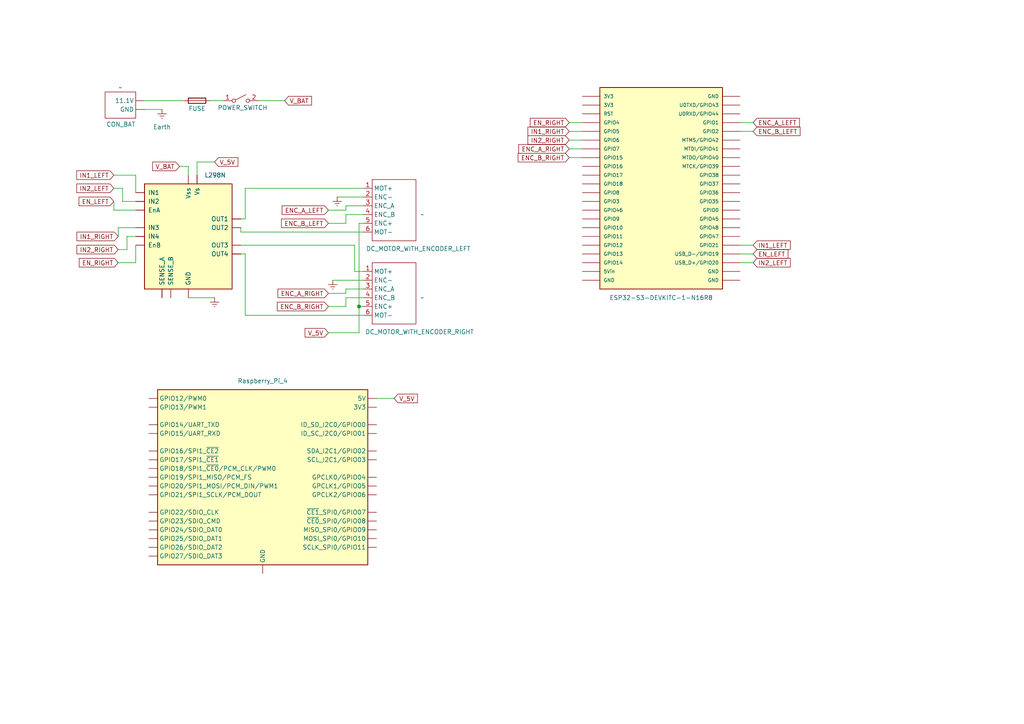
<source format=kicad_sch>
(kicad_sch (version 20250114) (generator "eeschema") (generator_version "9.0")
  (paper "A4")
  (lib_symbols
    (symbol "Connector:Raspberry_Pi_4" (pin_numbers (hide yes))
      (property "Reference" "J" (at -17.526 48.768 0))
      (property "Value" "Raspberry_Pi_4" (at 15.748 -26.416 0))
      (symbol "Raspberry_Pi_4_0_1"
        (rectangle (start -30.48 25.4) (end 30.48 -25.4) (stroke (width 0.254)) (fill (type background)))
      )
      (symbol "Raspberry_Pi_4_1_1"
        (pin bidirectional line (at -33.02 22.86 0) (length 2.54) (name "GPIO12/PWM0") (number "32"))
        (pin bidirectional line (at -33.02 20.32 0) (length 2.54) (name "GPIO13/PWM1") (number "33"))
        (pin bidirectional line (at -33.02 15.24 0) (length 2.54) (name "GPIO14/UART_TXD") (number "8"))
        (pin bidirectional line (at -33.02 12.7 0) (length 2.54) (name "GPIO15/UART_RXD") (number "10"))
        (pin bidirectional line (at -33.02 7.62 0) (length 2.54) (name "GPIO16/SPI1_~{CE2}") (number "36"))
        (pin bidirectional line (at -33.02 5.08 0) (length 2.54) (name "GPIO17/SPI1_~{CE1}") (number "11"))
        (pin bidirectional line (at -33.02 2.54 0) (length 2.54) (name "GPIO18/SPI1_~{CE0}/PCM_CLK/PWM0") (number "12"))
        (pin bidirectional line (at -33.02 0 0) (length 2.54) (name "GPIO19/SPI1_MISO/PCM_FS") (number "35"))
        (pin bidirectional line (at -33.02 -2.54 0) (length 2.54) (name "GPIO20/SPI1_MOSI/PCM_DIN/PWM1") (number "38"))
        (pin bidirectional line (at -33.02 -5.08 0) (length 2.54) (name "GPIO21/SPI1_SCLK/PCM_DOUT") (number "40"))
        (pin bidirectional line (at -33.02 -10.16 0) (length 2.54) (name "GPIO22/SDIO_CLK") (number "15"))
        (pin bidirectional line (at -33.02 -12.7 0) (length 2.54) (name "GPIO23/SDIO_CMD") (number "16"))
        (pin bidirectional line (at -33.02 -15.24 0) (length 2.54) (name "GPIO24/SDIO_DAT0") (number "18"))
        (pin bidirectional line (at -33.02 -17.78 0) (length 2.54) (name "GPIO25/SDIO_DAT1") (number "22"))
        (pin bidirectional line (at -33.02 -20.32 0) (length 2.54) (name "GPIO26/SDIO_DAT2") (number "37"))
        (pin bidirectional line (at -33.02 -22.86 0) (length 2.54) (name "GPIO27/SDIO_DAT3") (number "13"))
        (pin passive line (at 0 -27.94 90) (length 2.54) (hide yes) (name "GND") (number "14"))
        (pin passive line (at 0 -27.94 90) (length 2.54) (hide yes) (name "GND") (number "20"))
        (pin passive line (at 0 -27.94 90) (length 2.54) (hide yes) (name "GND") (number "25"))
        (pin passive line (at 0 -27.94 90) (length 2.54) (hide yes) (name "GND") (number "30"))
        (pin passive line (at 0 -27.94 90) (length 2.54) (hide yes) (name "GND") (number "34"))
        (pin passive line (at 0 -27.94 90) (length 2.54) (hide yes) (name "GND") (number "39"))
        (pin power_out line (at 0 -27.94 90) (length 2.54) (name "GND") (number "6"))
        (pin passive line (at 0 -27.94 90) (length 2.54) (hide yes) (name "GND") (number "9"))
        (pin power_out line (at 33.02 22.86 180) (length 2.54) (name "5V") (number "2"))
        (pin passive line (at 33.02 22.86 180) (length 2.54) (hide yes) (name "5V") (number "4"))
        (pin power_out line (at 33.02 20.32 180) (length 2.54) (name "3V3") (number "1"))
        (pin passive line (at 33.02 20.32 180) (length 2.54) (hide yes) (name "3V3") (number "17"))
        (pin bidirectional line (at 33.02 15.24 180) (length 2.54) (name "ID_SD_I2C0/GPIO00") (number "27"))
        (pin bidirectional line (at 33.02 12.7 180) (length 2.54) (name "ID_SC_I2C0/GPIO01") (number "28"))
        (pin bidirectional line (at 33.02 7.62 180) (length 2.54) (name "SDA_I2C1/GPIO02") (number "3"))
        (pin bidirectional line (at 33.02 5.08 180) (length 2.54) (name "SCL_I2C1/GPIO03") (number "5"))
        (pin bidirectional line (at 33.02 0 180) (length 2.54) (name "GPCLK0/GPIO04") (number "7"))
        (pin bidirectional line (at 33.02 -2.54 180) (length 2.54) (name "GPCLK1/GPIO05") (number "29"))
        (pin bidirectional line (at 33.02 -5.08 180) (length 2.54) (name "GPCLK2/GPIO06") (number "31"))
        (pin bidirectional line (at 33.02 -10.16 180) (length 2.54) (name "~{CE1}_SPI0/GPIO07") (number "26"))
        (pin bidirectional line (at 33.02 -12.7 180) (length 2.54) (name "~{CE0}_SPI0/GPIO08") (number "24"))
        (pin bidirectional line (at 33.02 -15.24 180) (length 2.54) (name "MISO_SPI0/GPIO09") (number "21"))
        (pin bidirectional line (at 33.02 -17.78 180) (length 2.54) (name "MOSI_SPI0/GPIO10") (number "19"))
        (pin bidirectional line (at 33.02 -20.32 180) (length 2.54) (name "SCLK_SPI0/GPIO11") (number "23"))
      )
    )
    (symbol "Device:Fuse" (pin_numbers (hide yes)) (pin_names (offset 0))
      (property "Reference" "F" (at 2.032 0 90))
      (property "Value" "Fuse" (at -1.905 0 90))
      (symbol "Fuse_0_1"
        (rectangle (start -0.762 -2.54) (end 0.762 2.54) (stroke (width 0.254)))
        (polyline (pts (xy 0 2.54) (xy 0 -2.54)))
      )
      (symbol "Fuse_1_1"
        (pin passive line (at 0 3.81 270) (length 1.27) (name "~") (number "1"))
        (pin passive line (at 0 -3.81 90) (length 1.27) (name "~") (number "2"))
      )
    )
    (symbol "Driver_Motor:L298N" (pin_numbers (hide yes)) (pin_names (offset 1.016))
      (property "Reference" "U" (at -10.16 16.51 0))
      (property "Value" "L298N" (at 12.7 16.51 0))
      (symbol "L298N_0_1"
        (rectangle (start -12.7 15.24) (end 12.7 -15.24) (stroke (width 0.254)) (fill (type background)))
      )
      (symbol "L298N_1_1"
        (pin input line (at -15.24 12.7 0) (length 2.54) (name "IN1") (number "5"))
        (pin input line (at -15.24 10.16 0) (length 2.54) (name "IN2") (number "7"))
        (pin input line (at -15.24 7.62 0) (length 2.54) (name "EnA") (number "6"))
        (pin input line (at -15.24 2.54 0) (length 2.54) (name "IN3") (number "10"))
        (pin input line (at -15.24 0 0) (length 2.54) (name "IN4") (number "12"))
        (pin input line (at -15.24 -2.54 0) (length 2.54) (name "EnB") (number "11"))
        (pin power_in line (at -7.62 -17.78 90) (length 2.54) (name "SENSE_A") (number "1"))
        (pin power_in line (at -5.08 -17.78 90) (length 2.54) (name "SENSE_B") (number "15"))
        (pin power_in line (at 0 17.78 270) (length 2.54) (name "Vss") (number "9"))
        (pin power_in line (at 0 -17.78 90) (length 2.54) (name "GND") (number "8"))
        (pin power_in line (at 2.54 17.78 270) (length 2.54) (name "Vs") (number "4"))
        (pin output line (at 15.24 5.08 180) (length 2.54) (name "OUT1") (number "2"))
        (pin output line (at 15.24 2.54 180) (length 2.54) (name "OUT2") (number "3"))
        (pin output line (at 15.24 -2.54 180) (length 2.54) (name "OUT3") (number "13"))
        (pin output line (at 15.24 -5.08 180) (length 2.54) (name "OUT4") (number "14"))
      )
    )
    (symbol "ESP32-S3-DEVKITC-1-N8R2:ESP32-S3-DEVKITC-1-N16R8" (pin_numbers (hide yes)) (pin_names (offset 1.016))
      (property "Reference" "U" (at -17.78 35.56 0))
      (property "Value" "ESP32-S3-DEVKITC-1-N16R8" (at -14.224 -28.956 0))
      (symbol "ESP32-S3-DEVKITC-1-N16R8_0_0"
        (rectangle (start -17.78 33.02) (end 17.78 -25.4) (stroke (width 0.254)) (fill (type background)))
        (pin power_in line (at -22.86 30.48 0) (length 5.08) (name "3V3") (number "J1_1"))
        (pin power_in line (at -22.86 27.94 0) (length 5.08) (name "3V3") (number "J1_2"))
        (pin input line (at -22.86 25.4 0) (length 5.08) (name "RST") (number "J1_3"))
        (pin bidirectional line (at -22.86 22.86 0) (length 5.08) (name "GPIO4") (number "J1_4"))
        (pin bidirectional line (at -22.86 20.32 0) (length 5.08) (name "GPIO5") (number "J1_5"))
        (pin bidirectional line (at -22.86 17.78 0) (length 5.08) (name "GPIO6") (number "J1_6"))
        (pin bidirectional line (at -22.86 15.24 0) (length 5.08) (name "GPIO7") (number "J1_7"))
        (pin bidirectional line (at -22.86 12.7 0) (length 5.08) (name "GPIO15") (number "J1_8"))
        (pin bidirectional line (at -22.86 10.16 0) (length 5.08) (name "GPIO16") (number "J1_9"))
        (pin bidirectional line (at -22.86 7.62 0) (length 5.08) (name "GPIO17") (number "J1_10"))
        (pin bidirectional line (at -22.86 5.08 0) (length 5.08) (name "GPIO18") (number "J1_11"))
        (pin bidirectional line (at -22.86 2.54 0) (length 5.08) (name "GPIO8") (number "J1_12"))
        (pin bidirectional line (at -22.86 0 0) (length 5.08) (name "GPIO3") (number "J1_13"))
        (pin bidirectional line (at -22.86 -2.54 0) (length 5.08) (name "GPIO46") (number "J1_14"))
        (pin bidirectional line (at -22.86 -5.08 0) (length 5.08) (name "GPIO9") (number "J1_15"))
        (pin bidirectional line (at -22.86 -7.62 0) (length 5.08) (name "GPIO10") (number "J1_16"))
        (pin bidirectional line (at -22.86 -10.16 0) (length 5.08) (name "GPIO11") (number "J1_17"))
        (pin bidirectional line (at -22.86 -12.7 0) (length 5.08) (name "GPIO12") (number "J1_18"))
        (pin bidirectional line (at -22.86 -15.24 0) (length 5.08) (name "GPIO13") (number "J1_19"))
        (pin bidirectional line (at -22.86 -17.78 0) (length 5.08) (name "GPIO14") (number "J1_20"))
        (pin power_in line (at -22.86 -22.86 0) (length 5.08) (name "GND") (number "J3_21"))
        (pin power_in line (at 22.86 30.48 180) (length 5.08) (name "GND") (number "J1_22"))
        (pin bidirectional line (at 22.86 27.94 180) (length 5.08) (name "U0TXD/GPIO43") (number "J3_2"))
        (pin bidirectional line (at 22.86 25.4 180) (length 5.08) (name "U0RXD/GPIO44") (number "J3_3"))
        (pin bidirectional line (at 22.86 22.86 180) (length 5.08) (name "GPIO1") (number "J3_4"))
        (pin bidirectional line (at 22.86 20.32 180) (length 5.08) (name "GPIO2") (number "J3_5"))
        (pin bidirectional line (at 22.86 17.78 180) (length 5.08) (name "MTMS/GPIO42") (number "J3_6"))
        (pin bidirectional line (at 22.86 15.24 180) (length 5.08) (name "MTDI/GPIO41") (number "J3_7"))
        (pin bidirectional line (at 22.86 12.7 180) (length 5.08) (name "MTDO/GPIO40") (number "J3_8"))
        (pin bidirectional line (at 22.86 10.16 180) (length 5.08) (name "MTCK/GPIO39") (number "J3_9"))
        (pin bidirectional line (at 22.86 7.62 180) (length 5.08) (name "GPIO38") (number "J3_10"))
        (pin bidirectional line (at 22.86 5.08 180) (length 5.08) (name "GPIO37") (number "J3_11"))
        (pin bidirectional line (at 22.86 2.54 180) (length 5.08) (name "GPIO36") (number "J3_12"))
        (pin bidirectional line (at 22.86 0 180) (length 5.08) (name "GPIO35") (number "J3_13"))
        (pin bidirectional line (at 22.86 -2.54 180) (length 5.08) (name "GPIO0") (number "J3_14"))
        (pin bidirectional line (at 22.86 -5.08 180) (length 5.08) (name "GPIO45") (number "J3_15"))
        (pin bidirectional line (at 22.86 -7.62 180) (length 5.08) (name "GPIO48") (number "J3_16"))
        (pin bidirectional line (at 22.86 -10.16 180) (length 5.08) (name "GPIO47") (number "J3_17"))
        (pin bidirectional line (at 22.86 -12.7 180) (length 5.08) (name "GPIO21") (number "J3_18"))
        (pin bidirectional line (at 22.86 -15.24 180) (length 5.08) (name "USB_D-/GPIO19") (number "J3_20"))
        (pin bidirectional line (at 22.86 -17.78 180) (length 5.08) (name "USB_D+/GPIO20") (number "J3_19"))
        (pin power_in line (at 22.86 -20.32 180) (length 5.08) (name "GND") (number "J3_22"))
        (pin power_in line (at 22.86 -22.86 180) (length 5.08) (name "GND") (number "J3_1"))
      )
      (symbol "ESP32-S3-DEVKITC-1-N16R8_1_0"
        (pin power_in line (at -22.86 -20.32 0) (length 5.08) (name "5Vin") (number "J1_21"))
      )
    )
    (symbol "Switch:SW_DPST_x2" (pin_names (offset 0) (hide yes))
      (property "Reference" "SW" (at 0 3.175 0))
      (property "Value" "SW_DPST_x2" (at 0 -2.54 0))
      (symbol "SW_DPST_x2_0_0"
        (circle (center -2.032 0) (radius 0.508))
        (polyline (pts (xy -1.524 0.254) (xy 1.524 1.778)))
        (circle (center 2.032 0) (radius 0.508))
      )
      (symbol "SW_DPST_x2_1_1"
        (pin passive line (at -5.08 0 0) (length 2.54) (name "A") (number "1"))
        (pin passive line (at 5.08 0 180) (length 2.54) (name "B") (number "2"))
      )
      (symbol "SW_DPST_x2_2_1"
        (pin passive line (at -5.08 0 0) (length 2.54) (name "A") (number "3"))
        (pin passive line (at 5.08 0 180) (length 2.54) (name "B") (number "4"))
      )
    )
    (symbol "mario:CON_BAT"
      (property "Reference" "CON_BAT" (at 0 0 0))
      (symbol "CON_BAT_0_1"
        (rectangle (start -5.08 -1.27) (end 3.81 -8.89))
      )
      (symbol "CON_BAT_1_1"
        (pin power_in line (at 6.35 -3.81 180) (length 2.54) (name "11.1V") (number ""))
        (pin power_in line (at 6.35 -6.35 180) (length 2.54) (name "GND") (number ""))
      )
    )
    (symbol "mario:DC_MOTOR_WITH_ENCODER_JGA25-371"
      (property "Reference" "DC_MOTOR_WITH_ENCODER" (at -3.048 -2.286 0))
      (symbol "DC_MOTOR_WITH_ENCODER_JGA25-371_0_1"
        (rectangle (start -8.89 -3.81) (end 3.81 -21.59))
      )
      (symbol "DC_MOTOR_WITH_ENCODER_JGA25-371_1_1"
        (pin power_in line (at -11.43 -6.35 0) (length 2.54) (name "MOT+") (number "1"))
        (pin power_in line (at -11.43 -8.89 0) (length 2.54) (name "ENC-") (number "2"))
        (pin output line (at -11.43 -11.43 0) (length 2.54) (name "ENC_A") (number "3"))
        (pin output line (at -11.43 -13.97 0) (length 2.54) (name "ENC_B") (number "4"))
        (pin power_in line (at -11.43 -16.51 0) (length 2.54) (name "ENC+") (number "5"))
        (pin power_in line (at -11.43 -19.05 0) (length 2.54) (name "MOT-") (number "6"))
      )
    )
    (symbol "power:Earth" (power) (pin_numbers (hide yes)) (pin_names (offset 0) (hide yes))
      (property "Value" "Earth" (at 0 -3.81 0))
      (symbol "Earth_0_1"
        (polyline (pts (xy -0.635 -1.905) (xy 0.635 -1.905)))
        (polyline (pts (xy -0.127 -2.54) (xy 0.127 -2.54)))
        (polyline (pts (xy 0 -1.27) (xy 0 0)))
        (polyline (pts (xy 1.27 -1.27) (xy -1.27 -1.27)))
      )
      (symbol "Earth_1_1"
        (pin power_in line (at 0 0 270) (length 0) (name "~") (number "1"))
      )
    )
  )
  (junction (at 104.14 88.9))
  (wire (pts (xy 214.63 35.56) (xy 218.44 35.56)))
  (wire (pts (xy 71.12 54.61) (xy 105.41 54.61)))
  (wire (pts (xy 71.12 63.5) (xy 69.85 63.5)))
  (wire (pts (xy 95.25 60.96) (xy 100.33 60.96)))
  (wire (pts (xy 71.12 63.5) (xy 71.12 54.61)))
  (wire (pts (xy 69.85 67.31) (xy 69.85 66.04)))
  (wire (pts (xy 95.25 88.9) (xy 100.33 88.9)))
  (wire (pts (xy 165.1 40.64) (xy 168.91 40.64)))
  (wire (pts (xy 34.29 66.04) (xy 34.29 68.58)))
  (wire (pts (xy 69.85 67.31) (xy 105.41 67.31)))
  (wire (pts (xy 33.02 58.42) (xy 33.02 60.96)))
  (wire (pts (xy 57.15 46.99) (xy 62.23 46.99)))
  (wire (pts (xy 100.33 86.36) (xy 105.41 86.36)))
  (wire (pts (xy 71.12 91.44) (xy 105.41 91.44)))
  (wire (pts (xy 57.15 50.8) (xy 57.15 46.99)))
  (wire (pts (xy 41.91 31.75) (xy 46.99 31.75)))
  (wire (pts (xy 74.93 29.21) (xy 82.55 29.21)))
  (wire (pts (xy 100.33 59.69) (xy 105.41 59.69)))
  (wire (pts (xy 102.87 78.74) (xy 105.41 78.74)))
  (wire (pts (xy 100.33 85.09) (xy 100.33 83.82)))
  (wire (pts (xy 104.14 64.77) (xy 104.14 88.9)))
  (wire (pts (xy 105.41 88.9) (xy 104.14 88.9)))
  (wire (pts (xy 105.41 64.77) (xy 104.14 64.77)))
  (wire (pts (xy 100.33 62.23) (xy 105.41 62.23)))
  (wire (pts (xy 36.83 68.58) (xy 39.37 68.58)))
  (wire (pts (xy 35.56 58.42) (xy 35.56 54.61)))
  (wire (pts (xy 100.33 60.96) (xy 100.33 59.69)))
  (wire (pts (xy 39.37 71.12) (xy 39.37 76.2)))
  (wire (pts (xy 102.87 71.12) (xy 102.87 78.74)))
  (wire (pts (xy 36.83 72.39) (xy 36.83 68.58)))
  (wire (pts (xy 62.23 86.36) (xy 54.61 86.36)))
  (wire (pts (xy 54.61 48.26) (xy 54.61 50.8)))
  (wire (pts (xy 33.02 60.96) (xy 39.37 60.96)))
  (wire (pts (xy 95.25 64.77) (xy 100.33 64.77)))
  (wire (pts (xy 95.25 85.09) (xy 100.33 85.09)))
  (wire (pts (xy 214.63 73.66) (xy 218.44 73.66)))
  (wire (pts (xy 41.91 29.21) (xy 53.34 29.21)))
  (wire (pts (xy 165.1 45.72) (xy 168.91 45.72)))
  (wire (pts (xy 100.33 64.77) (xy 100.33 62.23)))
  (wire (pts (xy 165.1 35.56) (xy 168.91 35.56)))
  (wire (pts (xy 96.52 81.28) (xy 105.41 81.28)))
  (wire (pts (xy 104.14 96.52) (xy 104.14 88.9)))
  (wire (pts (xy 34.29 72.39) (xy 36.83 72.39)))
  (wire (pts (xy 39.37 50.8) (xy 39.37 55.88)))
  (wire (pts (xy 69.85 71.12) (xy 102.87 71.12)))
  (wire (pts (xy 214.63 71.12) (xy 218.44 71.12)))
  (wire (pts (xy 165.1 38.1) (xy 168.91 38.1)))
  (wire (pts (xy 71.12 73.66) (xy 71.12 91.44)))
  (wire (pts (xy 33.02 50.8) (xy 39.37 50.8)))
  (wire (pts (xy 35.56 54.61) (xy 33.02 54.61)))
  (wire (pts (xy 100.33 83.82) (xy 105.41 83.82)))
  (wire (pts (xy 100.33 88.9) (xy 100.33 86.36)))
  (wire (pts (xy 69.85 73.66) (xy 71.12 73.66)))
  (wire (pts (xy 60.96 29.21) (xy 64.77 29.21)))
  (wire (pts (xy 97.79 57.15) (xy 105.41 57.15)))
  (wire (pts (xy 214.63 76.2) (xy 218.44 76.2)))
  (wire (pts (xy 165.1 43.18) (xy 168.91 43.18)))
  (wire (pts (xy 39.37 66.04) (xy 34.29 66.04)))
  (wire (pts (xy 214.63 38.1) (xy 218.44 38.1)))
  (wire (pts (xy 95.25 96.52) (xy 104.14 96.52)))
  (wire (pts (xy 39.37 58.42) (xy 35.56 58.42)))
  (wire (pts (xy 109.22 115.57) (xy 114.3 115.57)))
  (wire (pts (xy 39.37 76.2) (xy 34.29 76.2)))
  (wire (pts (xy 52.07 48.26) (xy 54.61 48.26)))
  (global_label "EN_LEFT" (shape input) (at 218.44 73.66 0) (property "Intersheetrefs" "${INTERSHEET_REFS}" (effects (hide yes))))
  (global_label "ENC_B_RIGHT" (shape input) (at 95.25 88.9 180) (property "Intersheetrefs" "${INTERSHEET_REFS}" (effects (hide yes))))
  (global_label "ENC_B_RIGHT" (shape input) (at 165.1 45.72 180) (property "Intersheetrefs" "${INTERSHEET_REFS}" (effects (hide yes))))
  (global_label "IN1_LEFT" (shape input) (at 218.44 71.12 0) (property "Intersheetrefs" "${INTERSHEET_REFS}" (effects (hide yes))))
  (global_label "IN2_LEFT" (shape input) (at 33.02 54.61 180) (property "Intersheetrefs" "${INTERSHEET_REFS}" (effects (hide yes))))
  (global_label "IN2_RIGHT" (shape input) (at 34.29 72.39 180) (property "Intersheetrefs" "${INTERSHEET_REFS}" (effects (hide yes))))
  (global_label "V_5V" (shape input) (at 62.23 46.99 0) (property "Intersheetrefs" "${INTERSHEET_REFS}" (effects (hide yes))))
  (global_label "V_5V" (shape input) (at 114.3 115.57 0) (property "Intersheetrefs" "${INTERSHEET_REFS}" (effects (hide yes))))
  (global_label "V_BAT" (shape input) (at 82.55 29.21 0) (property "Intersheetrefs" "${INTERSHEET_REFS}" (effects (hide yes))))
  (global_label "IN1_LEFT" (shape input) (at 33.02 50.8 180) (property "Intersheetrefs" "${INTERSHEET_REFS}" (effects (hide yes))))
  (global_label "ENC_A_RIGHT" (shape input) (at 165.1 43.18 180) (property "Intersheetrefs" "${INTERSHEET_REFS}" (effects (hide yes))))
  (global_label "IN1_RIGHT" (shape input) (at 165.1 38.1 180) (property "Intersheetrefs" "${INTERSHEET_REFS}" (effects (hide yes))))
  (global_label "ENC_A_LEFT" (shape input) (at 218.44 35.56 0) (property "Intersheetrefs" "${INTERSHEET_REFS}" (effects (hide yes))))
  (global_label "V_5V" (shape input) (at 95.25 96.52 180) (property "Intersheetrefs" "${INTERSHEET_REFS}" (effects (hide yes))))
  (global_label "EN_LEFT" (shape input) (at 33.02 58.42 180) (property "Intersheetrefs" "${INTERSHEET_REFS}" (effects (hide yes))))
  (global_label "IN1_RIGHT" (shape input) (at 34.29 68.58 180) (property "Intersheetrefs" "${INTERSHEET_REFS}" (effects (hide yes))))
  (global_label "IN2_RIGHT" (shape input) (at 165.1 40.64 180) (property "Intersheetrefs" "${INTERSHEET_REFS}" (effects (hide yes))))
  (global_label "IN2_LEFT" (shape input) (at 218.44 76.2 0) (property "Intersheetrefs" "${INTERSHEET_REFS}" (effects (hide yes))))
  (global_label "EN_RIGHT" (shape input) (at 34.29 76.2 180) (property "Intersheetrefs" "${INTERSHEET_REFS}" (effects (hide yes))))
  (global_label "ENC_B_LEFT" (shape input) (at 218.44 38.1 0) (property "Intersheetrefs" "${INTERSHEET_REFS}" (effects (hide yes))))
  (global_label "V_BAT" (shape input) (at 52.07 48.26 180) (property "Intersheetrefs" "${INTERSHEET_REFS}" (effects (hide yes))))
  (global_label "ENC_A_RIGHT" (shape input) (at 95.25 85.09 180) (property "Intersheetrefs" "${INTERSHEET_REFS}" (effects (hide yes))))
  (global_label "ENC_A_LEFT" (shape input) (at 95.25 60.96 180) (property "Intersheetrefs" "${INTERSHEET_REFS}" (effects (hide yes))))
  (global_label "EN_RIGHT" (shape input) (at 165.1 35.56 180) (property "Intersheetrefs" "${INTERSHEET_REFS}" (effects (hide yes))))
  (global_label "ENC_B_LEFT" (shape input) (at 95.25 64.77 180) (property "Intersheetrefs" "${INTERSHEET_REFS}" (effects (hide yes))))
  (symbol (lib_id "ESP32-S3-DEVKITC-1-N8R2:ESP32-S3-DEVKITC-1-N16R8") (at 191.77 58.42 0) (unit 1)
    (property "Reference" "U1" (effects (hide yes)))
    (property "Value" "ESP32-S3-DEVKITC-1-N16R8" (at 191.77 86.36 0))
    (property "Footprint" "ESP32-S3-DEVKITC-1-N8R2:XCVR_ESP32-S3-DEVKITC-1-N8R2" (effects (hide yes)))
    (property "MF" "Espressif Systems" (effects (hide yes)))
    (property "Description_1" "WiFi Development Tools - 802.11 ESP32-S3 general-purpose development board, embeds ESP32-S3-WROOM-1-N8R2, with pin header" (effects (hide yes)))
    (property "Package" "None" (effects (hide yes)))
    (property "Price" "None" (effects (hide yes)))
    (property "Check_prices" "https://www.snapeda.com/parts/ESP32-S3-DEVKITC-1-N8R2/Espressif+Systems/view-part/?ref=eda" (effects (hide yes)))
    (property "STANDARD" "Manufacturer Recommendations" (effects (hide yes)))
    (property "PARTREV" "V1" (effects (hide yes)))
    (property "SnapEDA_Link" "https://www.snapeda.com/parts/ESP32-S3-DEVKITC-1-N8R2/Espressif+Systems/view-part/?ref=snap" (effects (hide yes)))
    (property "MP" "ESP32-S3-DEVKITC-1-N8R2" (effects (hide yes)))
    (property "Availability" "In Stock" (effects (hide yes)))
    (property "MANUFACTURER" "Espressif" (effects (hide yes)))
  )
  (symbol (lib_id "Driver_Motor:L298N") (at 54.61 68.58 0) (unit 1)
    (property "Reference" "U2" (effects (hide yes)))
    (property "Value" "L298N" (at 59.2933 50.8 0) (effects (justify left)))
    (property "Footprint" "Package_TO_SOT_THT:TO-220-15_P2.54x2.54mm_StaggerOdd_Lead4.58mm_Vertical" (effects (hide yes)))
    (property "Datasheet" "http://www.st.com/st-web-ui/static/active/en/resource/technical/document/datasheet/CD00000240.pdf" (effects (hide yes)))
    (property "Description" "Dual full bridge motor driver, up to 46V, 4A, Multiwatt15-V" (effects (hide yes)))
  )
  (symbol (lib_id "Switch:SW_DPST_x2") (at 69.85 29.21 0) (unit 1)
    (property "Reference" "SW1" (effects (hide yes)))
    (property "Value" "POWER_SWITCH" (at 70.358 31.242 0))
    (property "Description" "Single Pole Single Throw (SPST) switch, separate symbol" (effects (hide yes)))
  )
  (symbol (lib_id "Device:Fuse") (at 57.15 29.21 90) (unit 1)
    (property "Reference" "F1" (effects (hide yes)))
    (property "Value" "FUSE" (at 57.15 31.496 90))
    (property "Description" "Fuse" (effects (hide yes)))
  )
  (symbol (lib_id "power:Earth") (at 97.79 57.15 0) (unit 1)
    (property "Reference" "#PWR09" (effects (hide yes)))
    (property "Value" "Earth" (effects (hide yes)))
    (property "Description" "Power symbol creates a global label with name \"Earth\"" (effects (hide yes)))
  )
  (symbol (lib_id "power:Earth") (at 96.52 81.28 0) (unit 1)
    (property "Reference" "#PWR08" (effects (hide yes)))
    (property "Value" "Earth" (effects (hide yes)))
    (property "Description" "Power symbol creates a global label with name \"Earth\"" (effects (hide yes)))
  )
  (symbol (lib_id "Connector:Raspberry_Pi_4") (at 76.2 138.43 0) (unit 1)
    (property "Reference" "J1" (effects (hide yes)))
    (property "Value" "Raspberry_Pi_4" (at 76.2 110.49 0))
    (property "Datasheet" "https://datasheets.raspberrypi.com/rpi4/raspberry-pi-4-datasheet.pdf" (effects (hide yes)))
    (property "Description" "Raspberry Pi 4 Model B" (effects (hide yes)))
  )
  (symbol (lib_id "mario:CON_BAT") (at 35.56 25.4 0) (unit 1)
    (property "Reference" "CON_BAT" (at 35.052 36.068 0))
    (property "Value" "~" (at 34.925 25.4 0))
  )
  (symbol (lib_id "mario:DC_MOTOR_WITH_ENCODER_JGA25-371") (at 116.84 72.39 0) (unit 1)
    (property "Reference" "DC_MOTOR_WITH_ENCODER_RIGHT" (at 105.918 96.266 0) (effects (justify left)))
    (property "Value" "~" (at 121.92 86.36 0) (effects (justify left)))
  )
  (symbol (lib_id "power:Earth") (at 46.99 31.75 0) (unit 1)
    (property "Reference" "#PWR01" (effects (hide yes)))
    (property "Value" "Earth" (at 46.99 36.83 0))
    (property "Description" "Power symbol creates a global label with name \"Earth\"" (effects (hide yes)))
  )
  (symbol (lib_id "power:Earth") (at 62.23 86.36 0) (unit 1)
    (property "Reference" "#PWR07" (effects (hide yes)))
    (property "Value" "Earth" (effects (hide yes)))
    (property "Description" "Power symbol creates a global label with name \"Earth\"" (effects (hide yes)))
  )
  (symbol (lib_id "mario:DC_MOTOR_WITH_ENCODER_JGA25-371") (at 116.84 48.26 0) (unit 1)
    (property "Reference" "DC_MOTOR_WITH_ENCODER_LEFT" (at 106.172 72.136 0) (effects (justify left)))
    (property "Value" "~" (at 121.92 62.23 0) (effects (justify left)))
  )
)
</source>
